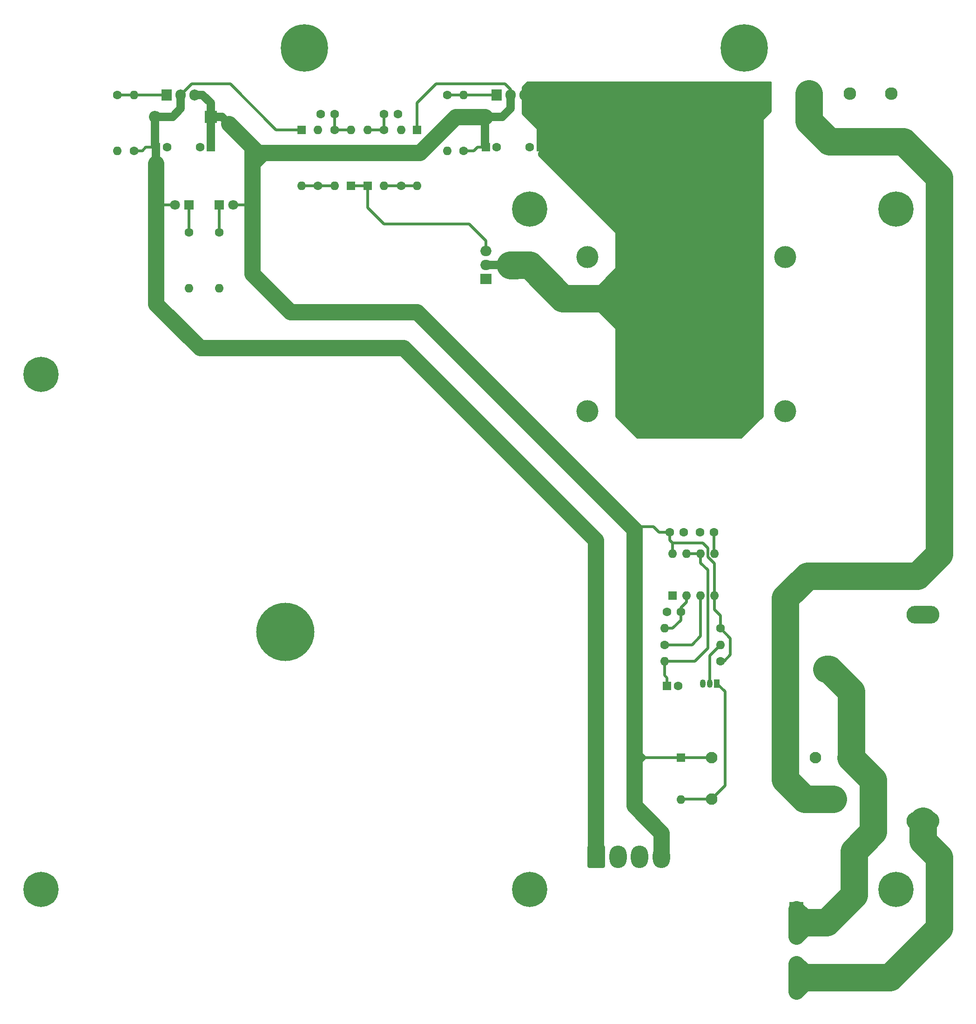
<source format=gbr>
G04 #@! TF.GenerationSoftware,KiCad,Pcbnew,5.1.6*
G04 #@! TF.CreationDate,2020-07-29T11:54:06+02:00*
G04 #@! TF.ProjectId,Power supply,506f7765-7220-4737-9570-706c792e6b69,rev?*
G04 #@! TF.SameCoordinates,Original*
G04 #@! TF.FileFunction,Copper,L1,Top*
G04 #@! TF.FilePolarity,Positive*
%FSLAX46Y46*%
G04 Gerber Fmt 4.6, Leading zero omitted, Abs format (unit mm)*
G04 Created by KiCad (PCBNEW 5.1.6) date 2020-07-29 11:54:06*
%MOMM*%
%LPD*%
G01*
G04 APERTURE LIST*
G04 #@! TA.AperFunction,ComponentPad*
%ADD10O,6.000000X3.250000*%
G04 #@! TD*
G04 #@! TA.AperFunction,ComponentPad*
%ADD11O,2.000000X1.905000*%
G04 #@! TD*
G04 #@! TA.AperFunction,ComponentPad*
%ADD12R,2.000000X1.905000*%
G04 #@! TD*
G04 #@! TA.AperFunction,ComponentPad*
%ADD13C,2.300000*%
G04 #@! TD*
G04 #@! TA.AperFunction,ComponentPad*
%ADD14R,2.300000X2.300000*%
G04 #@! TD*
G04 #@! TA.AperFunction,ComponentPad*
%ADD15O,1.600000X1.600000*%
G04 #@! TD*
G04 #@! TA.AperFunction,ComponentPad*
%ADD16C,1.600000*%
G04 #@! TD*
G04 #@! TA.AperFunction,ComponentPad*
%ADD17C,1.800000*%
G04 #@! TD*
G04 #@! TA.AperFunction,ComponentPad*
%ADD18R,1.800000X1.800000*%
G04 #@! TD*
G04 #@! TA.AperFunction,ComponentPad*
%ADD19C,2.500000*%
G04 #@! TD*
G04 #@! TA.AperFunction,ComponentPad*
%ADD20R,2.500000X2.500000*%
G04 #@! TD*
G04 #@! TA.AperFunction,ComponentPad*
%ADD21O,3.160000X4.100000*%
G04 #@! TD*
G04 #@! TA.AperFunction,ComponentPad*
%ADD22R,1.600000X1.600000*%
G04 #@! TD*
G04 #@! TA.AperFunction,ComponentPad*
%ADD23C,10.600000*%
G04 #@! TD*
G04 #@! TA.AperFunction,ComponentPad*
%ADD24C,8.600000*%
G04 #@! TD*
G04 #@! TA.AperFunction,ComponentPad*
%ADD25C,6.400000*%
G04 #@! TD*
G04 #@! TA.AperFunction,ComponentPad*
%ADD26O,1.905000X2.000000*%
G04 #@! TD*
G04 #@! TA.AperFunction,ComponentPad*
%ADD27R,1.905000X2.000000*%
G04 #@! TD*
G04 #@! TA.AperFunction,ComponentPad*
%ADD28R,1.050000X1.500000*%
G04 #@! TD*
G04 #@! TA.AperFunction,ComponentPad*
%ADD29O,1.050000X1.500000*%
G04 #@! TD*
G04 #@! TA.AperFunction,ComponentPad*
%ADD30C,2.100000*%
G04 #@! TD*
G04 #@! TA.AperFunction,ComponentPad*
%ADD31O,2.200000X2.200000*%
G04 #@! TD*
G04 #@! TA.AperFunction,ComponentPad*
%ADD32R,2.200000X2.200000*%
G04 #@! TD*
G04 #@! TA.AperFunction,ComponentPad*
%ADD33C,4.000000*%
G04 #@! TD*
G04 #@! TA.AperFunction,ComponentPad*
%ADD34R,4.000000X4.000000*%
G04 #@! TD*
G04 #@! TA.AperFunction,Conductor*
%ADD35C,1.500000*%
G04 #@! TD*
G04 #@! TA.AperFunction,Conductor*
%ADD36C,5.000000*%
G04 #@! TD*
G04 #@! TA.AperFunction,Conductor*
%ADD37C,0.500000*%
G04 #@! TD*
G04 #@! TA.AperFunction,Conductor*
%ADD38C,3.000000*%
G04 #@! TD*
G04 #@! TA.AperFunction,Conductor*
%ADD39C,0.254000*%
G04 #@! TD*
G04 APERTURE END LIST*
D10*
X193000000Y-207000000D03*
X193000000Y-244500000D03*
D11*
X113500000Y-140920000D03*
X113500000Y-143460000D03*
D12*
X113500000Y-146000000D03*
D13*
X187250000Y-112250000D03*
X179750000Y-112250000D03*
X172250000Y-112250000D03*
D14*
X162250000Y-112250000D03*
D15*
X49500000Y-112500000D03*
D16*
X49500000Y-122660000D03*
D15*
X109500000Y-112500000D03*
D16*
X109500000Y-122660000D03*
D15*
X46500000Y-122660000D03*
D16*
X46500000Y-112500000D03*
D15*
X106500000Y-122660000D03*
D16*
X106500000Y-112500000D03*
D15*
X59500000Y-147660000D03*
D16*
X59500000Y-137500000D03*
D15*
X65000000Y-147660000D03*
D16*
X65000000Y-137500000D03*
D17*
X56960000Y-132500000D03*
D18*
X59500000Y-132500000D03*
D17*
X67540000Y-132500000D03*
D18*
X65000000Y-132500000D03*
D19*
X170000000Y-275500000D03*
X170000000Y-270500000D03*
X170000000Y-265500000D03*
D20*
X170000000Y-260500000D03*
D21*
X145460000Y-251000000D03*
X141500000Y-251000000D03*
X137540000Y-251000000D03*
G04 #@! TA.AperFunction,ComponentPad*
G36*
G01*
X132000000Y-252800000D02*
X132000000Y-249200000D01*
G75*
G02*
X132250000Y-248950000I250000J0D01*
G01*
X134910000Y-248950000D01*
G75*
G02*
X135160000Y-249200000I0J-250000D01*
G01*
X135160000Y-252800000D01*
G75*
G02*
X134910000Y-253050000I-250000J0D01*
G01*
X132250000Y-253050000D01*
G75*
G02*
X132000000Y-252800000I0J250000D01*
G01*
G37*
G04 #@! TD.AperFunction*
D16*
X149500000Y-192000000D03*
X147000000Y-192000000D03*
D15*
X89000000Y-118840000D03*
D22*
X89000000Y-129000000D03*
D15*
X80000000Y-129000000D03*
D22*
X80000000Y-118840000D03*
D15*
X92000000Y-118840000D03*
D22*
X92000000Y-129000000D03*
D15*
X101000000Y-129000000D03*
D22*
X101000000Y-118840000D03*
D15*
X149000000Y-240620000D03*
D22*
X149000000Y-233000000D03*
D23*
X77000000Y-210150000D03*
D24*
X160500000Y-104000000D03*
X80500000Y-104000000D03*
D25*
X32560000Y-163300000D03*
X121460000Y-133300000D03*
X188140000Y-133300000D03*
X188140000Y-257000000D03*
X121460000Y-257000000D03*
X32560000Y-257000000D03*
D15*
X147500000Y-195880000D03*
X155120000Y-203500000D03*
X150040000Y-195880000D03*
X152580000Y-203500000D03*
X152580000Y-195880000D03*
X150040000Y-203500000D03*
X155120000Y-195880000D03*
D22*
X147500000Y-203500000D03*
D26*
X60540000Y-112500000D03*
X58000000Y-112500000D03*
D27*
X55460000Y-112500000D03*
D26*
X120540000Y-112500000D03*
X118000000Y-112500000D03*
D27*
X115460000Y-112500000D03*
D17*
X175500000Y-216900000D03*
X168000000Y-214000000D03*
D16*
X146000000Y-212500000D03*
D15*
X156160000Y-212500000D03*
X83000000Y-118840000D03*
D16*
X83000000Y-129000000D03*
D15*
X146000000Y-209500000D03*
D16*
X156160000Y-209500000D03*
D15*
X146000000Y-215500000D03*
D16*
X156160000Y-215500000D03*
D15*
X86000000Y-129000000D03*
D16*
X86000000Y-118840000D03*
X98140000Y-129000000D03*
D15*
X98140000Y-118840000D03*
X95000000Y-129000000D03*
D16*
X95000000Y-118840000D03*
D28*
X155500000Y-219500000D03*
D29*
X152960000Y-219500000D03*
X154230000Y-219500000D03*
D30*
X154600000Y-240500000D03*
X154600000Y-233000000D03*
X176700000Y-240500000D03*
X179900000Y-233000000D03*
X173500000Y-233000000D03*
D31*
X53340000Y-116500000D03*
D32*
X63500000Y-116500000D03*
D31*
X113340000Y-116500000D03*
D32*
X123500000Y-116500000D03*
D16*
X146500000Y-206500000D03*
X149000000Y-206500000D03*
X152500000Y-192000000D03*
X155000000Y-192000000D03*
X148500000Y-220000000D03*
D22*
X146500000Y-220000000D03*
D16*
X83500000Y-116000000D03*
X86000000Y-116000000D03*
X55500000Y-122000000D03*
D22*
X53500000Y-122000000D03*
D16*
X61500000Y-122000000D03*
D22*
X63500000Y-122000000D03*
D16*
X97500000Y-116000000D03*
X95000000Y-116000000D03*
X115500000Y-122000000D03*
D22*
X113500000Y-122000000D03*
D16*
X121500000Y-122000000D03*
D22*
X123500000Y-122000000D03*
D33*
X132000000Y-170000000D03*
D34*
X142000000Y-170000000D03*
D33*
X132000000Y-142000000D03*
D34*
X142000000Y-142000000D03*
D33*
X168000000Y-170000000D03*
D34*
X158000000Y-170000000D03*
D33*
X168000000Y-142000000D03*
D34*
X158000000Y-142000000D03*
D35*
X123500000Y-114000000D02*
X123500000Y-116500000D01*
X120540000Y-112500000D02*
X122000000Y-112500000D01*
X122000000Y-112500000D02*
X123500000Y-114000000D01*
X123500000Y-116500000D02*
X123500000Y-122000000D01*
X118960000Y-143460000D02*
X119000000Y-143500000D01*
X113500000Y-143460000D02*
X118960000Y-143460000D01*
D36*
X142000000Y-142000000D02*
X142000000Y-142500000D01*
X142000000Y-142500000D02*
X135000000Y-149500000D01*
X142000000Y-156500000D02*
X135000000Y-149500000D01*
X142000000Y-170000000D02*
X142000000Y-156500000D01*
X117960000Y-143460000D02*
X118000000Y-143500000D01*
X121460000Y-143460000D02*
X117960000Y-143460000D01*
X118000000Y-143500000D02*
X119000000Y-143500000D01*
X135000000Y-149500000D02*
X127500000Y-149500000D01*
X127500000Y-149500000D02*
X121460000Y-143460000D01*
D35*
X63500000Y-116500000D02*
X63500000Y-122000000D01*
X63500000Y-114000000D02*
X63500000Y-116500000D01*
X60540000Y-112500000D02*
X62000000Y-112500000D01*
X62000000Y-112500000D02*
X63500000Y-114000000D01*
X118000000Y-112500000D02*
X118000000Y-115000000D01*
X113340000Y-121840000D02*
X113500000Y-122000000D01*
X113340000Y-116500000D02*
X113340000Y-121840000D01*
D37*
X140660000Y-217160000D02*
X140500000Y-217000000D01*
D38*
X140500000Y-217000000D02*
X140500000Y-191500000D01*
D37*
X153869999Y-196480001D02*
X153869999Y-194869999D01*
X155120000Y-203500000D02*
X155120000Y-197730002D01*
X155120000Y-197730002D02*
X153869999Y-196480001D01*
X153000000Y-194000000D02*
X147500000Y-194000000D01*
X147500000Y-195880000D02*
X147500000Y-194000000D01*
X153869999Y-194869999D02*
X153000000Y-194000000D01*
X155120000Y-203500000D02*
X155120000Y-206120000D01*
X156160000Y-207160000D02*
X156160000Y-209500000D01*
X155120000Y-206120000D02*
X156160000Y-207160000D01*
X147000000Y-193500000D02*
X147500000Y-194000000D01*
X147000000Y-192000000D02*
X147000000Y-193500000D01*
X156830000Y-215500000D02*
X156160000Y-215500000D01*
X158000000Y-214330000D02*
X156830000Y-215500000D01*
X156160000Y-209500000D02*
X158000000Y-211340000D01*
X158000000Y-211340000D02*
X158000000Y-214330000D01*
D38*
X78000000Y-152000000D02*
X71000000Y-145000000D01*
X140500000Y-191500000D02*
X101000000Y-152000000D01*
X71000000Y-122000000D02*
X68000000Y-119000000D01*
X101000000Y-152000000D02*
X78000000Y-152000000D01*
X140500000Y-217000000D02*
X140500000Y-230500000D01*
X140500000Y-233500000D02*
X140500000Y-234500000D01*
D37*
X154600000Y-233000000D02*
X149000000Y-233000000D01*
X141000000Y-233000000D02*
X140500000Y-233500000D01*
X141000000Y-234500000D02*
X142500000Y-233000000D01*
X140500000Y-234500000D02*
X141000000Y-234500000D01*
X149000000Y-233000000D02*
X142500000Y-233000000D01*
X142500000Y-233000000D02*
X141000000Y-233000000D01*
X142500000Y-233000000D02*
X140500000Y-231000000D01*
D38*
X140500000Y-230500000D02*
X140500000Y-231000000D01*
X140500000Y-231000000D02*
X140500000Y-233500000D01*
X145460000Y-246710000D02*
X145460000Y-251000000D01*
X140500000Y-234500000D02*
X140500000Y-241750000D01*
X140500000Y-241750000D02*
X145460000Y-246710000D01*
D35*
X118000000Y-115000000D02*
X116500000Y-116500000D01*
X116500000Y-116500000D02*
X113340000Y-116500000D01*
D37*
X145000000Y-192000000D02*
X144000000Y-191000000D01*
X147000000Y-192000000D02*
X145000000Y-192000000D01*
X144000000Y-191000000D02*
X141000000Y-191000000D01*
X141000000Y-191000000D02*
X140500000Y-191500000D01*
D35*
X63500000Y-116500000D02*
X65500000Y-116500000D01*
X65500000Y-116500000D02*
X68000000Y-119000000D01*
D38*
X66750000Y-117750000D02*
X72000000Y-123000000D01*
X71000000Y-125000000D02*
X73000000Y-123000000D01*
X71000000Y-125500000D02*
X71000000Y-125000000D01*
X71000000Y-125500000D02*
X71000000Y-122000000D01*
X72000000Y-123000000D02*
X73000000Y-123000000D01*
D37*
X70500000Y-132500000D02*
X71000000Y-132000000D01*
D38*
X71000000Y-145000000D02*
X71000000Y-132000000D01*
D37*
X67540000Y-132500000D02*
X70500000Y-132500000D01*
D38*
X71000000Y-132000000D02*
X71000000Y-125500000D01*
D37*
X118000000Y-111500000D02*
X118000000Y-112500000D01*
X117000000Y-110500000D02*
X118000000Y-111500000D01*
X104500000Y-110500000D02*
X117000000Y-110500000D01*
X101000000Y-118840000D02*
X101000000Y-114000000D01*
X101000000Y-114000000D02*
X104500000Y-110500000D01*
D38*
X108000000Y-116500000D02*
X113340000Y-116500000D01*
X73000000Y-123000000D02*
X101500000Y-123000000D01*
X101500000Y-123000000D02*
X108000000Y-116500000D01*
D37*
X111340000Y-122660000D02*
X109500000Y-122660000D01*
X113500000Y-122000000D02*
X112000000Y-122000000D01*
X112000000Y-122000000D02*
X111340000Y-122660000D01*
X92000000Y-118840000D02*
X95000000Y-118840000D01*
X95000000Y-118840000D02*
X95000000Y-116000000D01*
D35*
X56500000Y-116500000D02*
X53340000Y-116500000D01*
X58000000Y-115000000D02*
X56500000Y-116500000D01*
X58000000Y-112500000D02*
X58000000Y-115000000D01*
X53340000Y-121840000D02*
X53500000Y-122000000D01*
X53340000Y-116500000D02*
X53340000Y-121840000D01*
X53500000Y-128500000D02*
X53500000Y-122000000D01*
D37*
X60000000Y-110500000D02*
X58000000Y-112500000D01*
X67000000Y-110500000D02*
X60000000Y-110500000D01*
X80000000Y-118840000D02*
X75340000Y-118840000D01*
X75340000Y-118840000D02*
X67000000Y-110500000D01*
D38*
X133500000Y-250920000D02*
X133500000Y-193500000D01*
X133580000Y-251000000D02*
X133500000Y-250920000D01*
X133500000Y-193500000D02*
X98500000Y-158500000D01*
X98500000Y-158500000D02*
X61500000Y-158500000D01*
X61500000Y-158500000D02*
X53500000Y-150500000D01*
D37*
X56960000Y-132500000D02*
X53500000Y-132500000D01*
D38*
X53500000Y-150500000D02*
X53500000Y-132500000D01*
X53500000Y-132500000D02*
X53500000Y-125000000D01*
D37*
X51660000Y-122000000D02*
X51000000Y-122660000D01*
X53500000Y-122000000D02*
X51660000Y-122000000D01*
X51000000Y-122660000D02*
X49500000Y-122660000D01*
X86000000Y-116000000D02*
X86000000Y-118840000D01*
X89000000Y-118840000D02*
X86000000Y-118840000D01*
X150040000Y-195880000D02*
X152580000Y-195880000D01*
X146000000Y-215500000D02*
X151500000Y-215500000D01*
X153869999Y-213130001D02*
X153869999Y-198869999D01*
X151500000Y-215500000D02*
X153869999Y-213130001D01*
X152580000Y-197580000D02*
X152580000Y-195880000D01*
X153869999Y-198869999D02*
X152580000Y-197580000D01*
X146000000Y-215500000D02*
X146000000Y-218000000D01*
X146500000Y-218500000D02*
X146500000Y-220000000D01*
X146000000Y-218000000D02*
X146500000Y-218500000D01*
X155000000Y-195760000D02*
X155120000Y-195880000D01*
X155000000Y-192000000D02*
X155000000Y-195760000D01*
X149000000Y-208000000D02*
X149000000Y-206500000D01*
X146000000Y-209500000D02*
X147500000Y-209500000D01*
X147500000Y-209500000D02*
X149000000Y-208000000D01*
X149000000Y-205750000D02*
X149000000Y-206500000D01*
X150040000Y-203500000D02*
X150040000Y-204710000D01*
X150040000Y-204710000D02*
X149000000Y-205750000D01*
X101000000Y-129000000D02*
X98140000Y-129000000D01*
X98140000Y-129000000D02*
X95000000Y-129000000D01*
X89000000Y-129000000D02*
X92000000Y-129000000D01*
X113500000Y-138983750D02*
X113500000Y-140920000D01*
X110516250Y-136000000D02*
X113500000Y-138983750D01*
X95000000Y-136000000D02*
X110516250Y-136000000D01*
X92000000Y-129000000D02*
X92000000Y-133000000D01*
X92000000Y-133000000D02*
X95000000Y-136000000D01*
X157000000Y-238100000D02*
X154600000Y-240500000D01*
X155500000Y-219500000D02*
X157000000Y-221000000D01*
X157000000Y-221000000D02*
X157000000Y-238100000D01*
X149120000Y-240500000D02*
X149000000Y-240620000D01*
X154600000Y-240500000D02*
X149120000Y-240500000D01*
X80000000Y-129000000D02*
X83000000Y-129000000D01*
X83000000Y-129000000D02*
X86000000Y-129000000D01*
D38*
X170000000Y-270500000D02*
X170000000Y-275500000D01*
X173000000Y-272500000D02*
X170000000Y-275500000D01*
X172000000Y-272500000D02*
X170000000Y-270500000D01*
X173000000Y-272500000D02*
X172000000Y-272500000D01*
D36*
X187000000Y-273000000D02*
X172500000Y-273000000D01*
X196000000Y-264000000D02*
X187000000Y-273000000D01*
X196000000Y-251125000D02*
X196000000Y-264000000D01*
X193000000Y-244500000D02*
X193000000Y-248125000D01*
X193000000Y-248125000D02*
X196000000Y-251125000D01*
D37*
X156160000Y-212500000D02*
X154230000Y-214430000D01*
X154230000Y-214430000D02*
X154230000Y-219500000D01*
X146000000Y-212500000D02*
X151000000Y-212500000D01*
X152580000Y-210920000D02*
X152580000Y-203500000D01*
X151000000Y-212500000D02*
X152580000Y-210920000D01*
D38*
X170000000Y-260500000D02*
X170000000Y-265500000D01*
X172500000Y-263000000D02*
X170000000Y-260500000D01*
X172500000Y-263000000D02*
X170000000Y-265500000D01*
D36*
X175500000Y-263000000D02*
X172500000Y-263000000D01*
X184000000Y-237100000D02*
X184000000Y-246500000D01*
X179900000Y-233000000D02*
X184000000Y-237100000D01*
X184000000Y-246500000D02*
X180500000Y-250000000D01*
X180500000Y-250000000D02*
X180500000Y-258000000D01*
X180500000Y-258000000D02*
X175500000Y-263000000D01*
X180000000Y-221000000D02*
X180000000Y-232900000D01*
X175500000Y-216900000D02*
X175900000Y-216900000D01*
X175900000Y-216900000D02*
X180000000Y-221000000D01*
X171500000Y-240500000D02*
X176700000Y-240500000D01*
X168000000Y-214000000D02*
X168000000Y-237000000D01*
X168000000Y-237000000D02*
X171500000Y-240500000D01*
X168000000Y-204000000D02*
X168000000Y-214000000D01*
X172000000Y-200000000D02*
X168000000Y-204000000D01*
X192000000Y-200000000D02*
X172000000Y-200000000D01*
X196000000Y-196000000D02*
X192000000Y-200000000D01*
X172250000Y-117250000D02*
X176000000Y-121000000D01*
X172250000Y-112250000D02*
X172250000Y-117250000D01*
X176000000Y-121000000D02*
X189500000Y-121000000D01*
X189500000Y-121000000D02*
X196000000Y-127500000D01*
X196000000Y-127500000D02*
X196000000Y-196000000D01*
D37*
X65000000Y-132500000D02*
X65000000Y-137500000D01*
X59500000Y-132500000D02*
X59500000Y-137500000D01*
X106500000Y-112500000D02*
X109500000Y-112500000D01*
X109500000Y-112500000D02*
X115460000Y-112500000D01*
X55460000Y-112500000D02*
X49500000Y-112500000D01*
X49500000Y-112500000D02*
X46500000Y-112500000D01*
D39*
G36*
X165373000Y-115447394D02*
G01*
X163910197Y-116910197D01*
X163894403Y-116929443D01*
X163882667Y-116951399D01*
X163875440Y-116975224D01*
X163873000Y-117000000D01*
X163873000Y-170947394D01*
X159947394Y-174873000D01*
X141052606Y-174873000D01*
X137127000Y-170947394D01*
X137127000Y-137500000D01*
X137124560Y-137475224D01*
X137117333Y-137451399D01*
X137105597Y-137429443D01*
X137089803Y-137410197D01*
X123127000Y-123447394D01*
X123127000Y-123033531D01*
X123207685Y-122912777D01*
X123352947Y-122562085D01*
X123427000Y-122189793D01*
X123427000Y-121810207D01*
X123352947Y-121437915D01*
X123207685Y-121087223D01*
X123127000Y-120966469D01*
X123127000Y-119000000D01*
X123124560Y-118975224D01*
X123117333Y-118951399D01*
X123105597Y-118929443D01*
X123089803Y-118910197D01*
X120127000Y-115947394D01*
X120127000Y-111052606D01*
X121052606Y-110127000D01*
X165373000Y-110127000D01*
X165373000Y-115447394D01*
G37*
X165373000Y-115447394D02*
X163910197Y-116910197D01*
X163894403Y-116929443D01*
X163882667Y-116951399D01*
X163875440Y-116975224D01*
X163873000Y-117000000D01*
X163873000Y-170947394D01*
X159947394Y-174873000D01*
X141052606Y-174873000D01*
X137127000Y-170947394D01*
X137127000Y-137500000D01*
X137124560Y-137475224D01*
X137117333Y-137451399D01*
X137105597Y-137429443D01*
X137089803Y-137410197D01*
X123127000Y-123447394D01*
X123127000Y-123033531D01*
X123207685Y-122912777D01*
X123352947Y-122562085D01*
X123427000Y-122189793D01*
X123427000Y-121810207D01*
X123352947Y-121437915D01*
X123207685Y-121087223D01*
X123127000Y-120966469D01*
X123127000Y-119000000D01*
X123124560Y-118975224D01*
X123117333Y-118951399D01*
X123105597Y-118929443D01*
X123089803Y-118910197D01*
X120127000Y-115947394D01*
X120127000Y-111052606D01*
X121052606Y-110127000D01*
X165373000Y-110127000D01*
X165373000Y-115447394D01*
M02*

</source>
